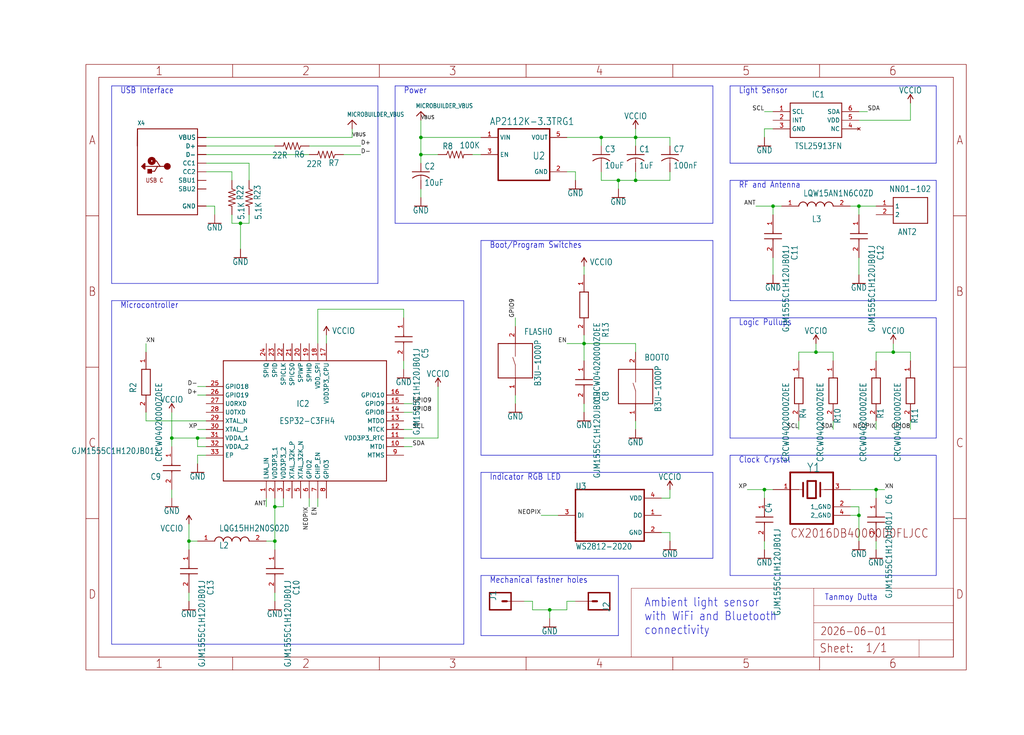
<source format=kicad_sch>
(kicad_sch (version 20230121) (generator eeschema)
  (paper "User" 302.819 217.322)
  (lib_symbols
    (symbol "Bond-eagle-import:A4L-LOC"
      (symbol "A4L-LOC_1_0"
        (text "${#}/${##}" (at 230.505 5.08 0) (effects (font (size 2.54 2.159)) (justify left bottom)))
        (text "${CURRENT_DATE}" (at 217.17 10.16 0) (effects (font (size 2.286 1.9431)) (justify left bottom)))
        (text "${PROJECTNAME}" (at 217.17 15.24 0) (effects (font (size 2.54 2.159)) (justify left bottom)))
        (text "1" (at 21.6958 1.905 0) (effects (font (size 2.54 2.286))))
        (text "1" (at 21.6958 177.165 0) (effects (font (size 2.54 2.286))))
        (text "2" (at 65.0875 1.905 0) (effects (font (size 2.54 2.286))))
        (text "2" (at 65.0875 177.165 0) (effects (font (size 2.54 2.286))))
        (text "3" (at 108.4792 1.905 0) (effects (font (size 2.54 2.286))))
        (text "3" (at 108.4792 177.165 0) (effects (font (size 2.54 2.286))))
        (text "4" (at 151.8708 1.905 0) (effects (font (size 2.54 2.286))))
        (text "4" (at 151.8708 177.165 0) (effects (font (size 2.54 2.286))))
        (text "5" (at 195.2625 1.905 0) (effects (font (size 2.54 2.286))))
        (text "5" (at 195.2625 177.165 0) (effects (font (size 2.54 2.286))))
        (text "6" (at 238.6542 1.905 0) (effects (font (size 2.54 2.286))))
        (text "6" (at 238.6542 177.165 0) (effects (font (size 2.54 2.286))))
        (text "A" (at 1.905 156.6863 0) (effects (font (size 2.54 2.286))))
        (text "A" (at 258.445 156.6863 0) (effects (font (size 2.54 2.286))))
        (text "B" (at 1.905 111.9188 0) (effects (font (size 2.54 2.286))))
        (text "B" (at 258.445 111.9188 0) (effects (font (size 2.54 2.286))))
        (text "C" (at 1.905 67.1513 0) (effects (font (size 2.54 2.286))))
        (text "C" (at 258.445 67.1513 0) (effects (font (size 2.54 2.286))))
        (text "D" (at 1.905 22.3838 0) (effects (font (size 2.54 2.286))))
        (text "D" (at 258.445 22.3838 0) (effects (font (size 2.54 2.286))))
        (text "Sheet:" (at 216.916 4.953 0) (effects (font (size 2.54 2.159)) (justify left bottom)))
      )
    )
    (symbol "Bond-eagle-import:AP2112K-3.3TRG1"
      (property "Reference" "U" (at -7.6629 8.6476 0))
      (symbol "AP2112K-3.3TRG1_1_0"
        (pin power_in line (at -12.7 5.08 0) (length 5.08) (name "VIN") (number "1"))
        (pin power_in line (at 12.7 -5.08 180) (length 5.08) (name "GND") (number "2"))
        (pin input line (at -12.7 0 0) (length 5.08) (name "EN") (number "3"))
        (pin power_in line (at 12.7 5.08 180) (length 5.08) (name "VOUT") (number "5"))
      )
    )
    (symbol "Bond-eagle-import:B3U-1000P"
      (property "Reference" "SW" (at -5.08 5.08 0))
      (symbol "B3U-1000P_1_0"
        (pin passive line (at -10.16 0 0) (length 5.08) (name "1") (number "1"))
        (pin passive line (at 10.16 0 180) (length 5.08) (name "2") (number "2"))
      )
    )
    (symbol "Bond-eagle-import:C-USC0402"
      (property "Reference" "C" (at 1.016 0.635 0))
      (symbol "C-USC0402_1_0"
        (pin passive line (at 0 2.54 270) (length 2.54) (name "1") (number "1"))
        (pin passive line (at 0 -5.08 90) (length 2.54) (name "2") (number "2"))
      )
    )
    (symbol "Bond-eagle-import:CONN_01PTH_2MM"
      (property "Reference" "J" (at -2.54 3.048 0))
      (symbol "CONN_01PTH_2MM_1_0"
        (pin passive line (at 7.62 0 180) (length 5.08) (name "1") (number "1"))
      )
    )
    (symbol "Bond-eagle-import:CRCW04020000Z0EE"
      (property "Reference" "R" (at 13.97 6.35 0))
      (symbol "CRCW04020000Z0EE_1_0"
        (pin bidirectional line (at 0 0 0) (length 5.08) (name "1") (number "1"))
        (pin bidirectional line (at 17.78 0 180) (length 5.08) (name "2") (number "2"))
      )
    )
    (symbol "Bond-eagle-import:ESP32-C3FH4"
      (property "Reference" "IC" (at 41.91 17.78 0))
      (symbol "ESP32-C3FH4_1_0"
        (pin bidirectional line (at 0 0 0) (length 5.08) (name "LNA_IN") (number "1"))
        (pin bidirectional line (at 15.24 -40.64 90) (length 5.08) (name "MTDI") (number "10"))
        (pin bidirectional line (at 17.78 -40.64 90) (length 5.08) (name "VDD3P3_RTC") (number "11"))
        (pin bidirectional line (at 20.32 -40.64 90) (length 5.08) (name "MTCK") (number "12"))
        (pin bidirectional line (at 22.86 -40.64 90) (length 5.08) (name "MTDO") (number "13"))
        (pin bidirectional line (at 25.4 -40.64 90) (length 5.08) (name "GPIO8") (number "14"))
        (pin bidirectional line (at 27.94 -40.64 90) (length 5.08) (name "GPIO9") (number "15"))
        (pin bidirectional line (at 30.48 -40.64 90) (length 5.08) (name "GPIO10") (number "16"))
        (pin bidirectional line (at 45.72 -17.78 180) (length 5.08) (name "VDD3P3_CPU") (number "17"))
        (pin bidirectional line (at 45.72 -15.24 180) (length 5.08) (name "VDD_SPI") (number "18"))
        (pin bidirectional line (at 45.72 -12.7 180) (length 5.08) (name "SPIHD") (number "19"))
        (pin bidirectional line (at 0 -2.54 0) (length 5.08) (name "VDD3P3_1") (number "2"))
        (pin bidirectional line (at 45.72 -10.16 180) (length 5.08) (name "SPIWP") (number "20"))
        (pin bidirectional line (at 45.72 -7.62 180) (length 5.08) (name "SPICS0") (number "21"))
        (pin bidirectional line (at 45.72 -5.08 180) (length 5.08) (name "SPICLK") (number "22"))
        (pin bidirectional line (at 45.72 -2.54 180) (length 5.08) (name "SPID") (number "23"))
        (pin bidirectional line (at 45.72 0 180) (length 5.08) (name "SPIQ") (number "24"))
        (pin bidirectional line (at 33.02 17.78 270) (length 5.08) (name "GPIO18") (number "25"))
        (pin bidirectional line (at 30.48 17.78 270) (length 5.08) (name "GPIO19") (number "26"))
        (pin bidirectional line (at 27.94 17.78 270) (length 5.08) (name "U0RXD") (number "27"))
        (pin bidirectional line (at 25.4 17.78 270) (length 5.08) (name "U0TXD") (number "28"))
        (pin bidirectional line (at 22.86 17.78 270) (length 5.08) (name "XTAL_N") (number "29"))
        (pin bidirectional line (at 0 -5.08 0) (length 5.08) (name "VDD3P3_2") (number "3"))
        (pin bidirectional line (at 20.32 17.78 270) (length 5.08) (name "XTAL_P") (number "30"))
        (pin bidirectional line (at 17.78 17.78 270) (length 5.08) (name "VDDA_1") (number "31"))
        (pin bidirectional line (at 15.24 17.78 270) (length 5.08) (name "VDDA_2") (number "32"))
        (pin bidirectional line (at 12.7 17.78 270) (length 5.08) (name "EP") (number "33"))
        (pin bidirectional line (at 0 -7.62 0) (length 5.08) (name "XTAL_32K_P") (number "4"))
        (pin bidirectional line (at 0 -10.16 0) (length 5.08) (name "XTAL_32K_N") (number "5"))
        (pin bidirectional line (at 0 -12.7 0) (length 5.08) (name "GPIO2") (number "6"))
        (pin bidirectional line (at 0 -15.24 0) (length 5.08) (name "CHIP_EN") (number "7"))
        (pin bidirectional line (at 0 -17.78 0) (length 5.08) (name "GPIO3") (number "8"))
        (pin bidirectional line (at 12.7 -40.64 90) (length 5.08) (name "MTMS") (number "9"))
      )
    )
    (symbol "Bond-eagle-import:GJM1555C1H120JB01J"
      (property "Reference" "C" (at 8.89 6.35 0))
      (symbol "GJM1555C1H120JB01J_1_0"
        (pin bidirectional line (at 0 0 0) (length 5.08) (name "1") (number "1"))
        (pin bidirectional line (at 12.7 0 180) (length 5.08) (name "2") (number "2"))
      )
    )
    (symbol "Bond-eagle-import:GND" (power)
      (property "Value" "GND" (at 0 -0.254 0))
      (symbol "GND_1_0"
        (pin power_in line (at 0 2.54 270) (length 2.54) (name "GND") (number "1"))
      )
    )
    (symbol "Bond-eagle-import:KYOCERA_INTERNATIONAL_INC._ELECTRONIC_COMPONENTS_CX2016DB40000D0FLJCCKYOCERA_INTERNATIONAL_INC._ELECTRONIC_COMPONENTS_CX2016DB40000D0FLJCC_0_0"
      (property "Reference" "Y" (at 2.286 0.254 0))
      (symbol "KYOCERA_INTERNATIONAL_INC._ELECTRONIC_COMPONENTS_CX2016DB40000D0FLJCCKYOCERA_INTERNATIONAL_INC._ELECTRONIC_COMPONENTS_CX2016DB40000D0FLJCC_0_0_1_0"
        (text "CX2016DB40000D0FLJCC" (at 2.54 -19.05 0) (effects (font (size 2.54 2.159)) (justify left top)))
        (pin passive line (at -2.54 -7.62 0) (length 7.62) (name "1") (number "1"))
        (pin power_in line (at 20.32 -12.7 180) (length 5.08) (name "1_GND") (number "2"))
        (pin passive line (at 20.32 -7.62 180) (length 7.62) (name "3") (number "3"))
        (pin power_in line (at 20.32 -15.24 180) (length 5.08) (name "2_GND") (number "4"))
      )
    )
    (symbol "Bond-eagle-import:LQG15HH2N0S02D"
      (property "Reference" "L" (at 16.51 6.35 0))
      (symbol "LQG15HH2N0S02D_1_0"
        (pin bidirectional line (at 0 0 0) (length 5.08) (name "1") (number "1"))
        (pin bidirectional line (at 20.32 0 180) (length 5.08) (name "2") (number "2"))
      )
    )
    (symbol "Bond-eagle-import:LQW15AN1N6C0ZD"
      (property "Reference" "L" (at 16.51 6.35 0))
      (symbol "LQW15AN1N6C0ZD_1_0"
        (pin bidirectional line (at 0 0 0) (length 5.08) (name "1") (number "1"))
        (pin bidirectional line (at 20.32 0 180) (length 5.08) (name "2") (number "2"))
      )
    )
    (symbol "Bond-eagle-import:MICROBUILDER_USB_C"
      (property "Reference" "X" (at -10.16 13.716 0))
      (symbol "MICROBUILDER_USB_C_1_0"
        (text "USB C" (at -5.08 -2.54 0) (effects (font (size 1.27 1.0795))))
        (pin power_in line (at 10.16 -10.16 180) (length 2.54) (name "GND") (number "A1B12"))
        (pin power_in line (at 10.16 10.16 180) (length 2.54) (name "VBUS") (number "A4B9"))
        (pin bidirectional line (at 10.16 2.54 180) (length 2.54) (name "CC1") (number "A5"))
        (pin bidirectional line (at 10.16 7.62 180) (length 2.54) (name "D+") (number "A6"))
        (pin bidirectional line (at 10.16 5.08 180) (length 2.54) (name "D-") (number "A7"))
        (pin bidirectional line (at 10.16 -2.54 180) (length 2.54) (name "SBU1") (number "A8"))
        (pin power_in line (at 10.16 -10.16 180) (length 2.54) (name "GND") (number "B1A12"))
        (pin power_in line (at 10.16 10.16 180) (length 2.54) (name "VBUS") (number "B4A9"))
        (pin bidirectional line (at 10.16 0 180) (length 2.54) (name "CC2") (number "B5"))
        (pin bidirectional line (at 10.16 7.62 180) (length 2.54) (name "D+") (number "B6"))
        (pin bidirectional line (at 10.16 5.08 180) (length 2.54) (name "D-") (number "B7"))
        (pin bidirectional line (at 10.16 -5.08 180) (length 2.54) (name "SBU2") (number "B8"))
      )
    )
    (symbol "Bond-eagle-import:MICROBUILDER_VBUS" (power)
      (property "Value" "MICROBUILDER_VBUS" (at -1.524 1.016 0))
      (symbol "MICROBUILDER_VBUS_1_0"
        (pin power_in line (at 0 -2.54 90) (length 2.54) (name "VBUS") (number "1"))
      )
    )
    (symbol "Bond-eagle-import:NN01-102"
      (property "Reference" "ANT" (at 16.51 7.62 0))
      (symbol "NN01-102_1_0"
        (pin bidirectional line (at 0 0 0) (length 5.08) (name "1") (number "1"))
        (pin bidirectional line (at 0 -2.54 0) (length 5.08) (name "2") (number "2"))
      )
    )
    (symbol "Bond-eagle-import:R-US_R0402"
      (property "Reference" "R" (at -3.81 1.4986 0))
      (symbol "R-US_R0402_1_0"
        (pin passive line (at -5.08 0 0) (length 2.54) (name "1") (number "1"))
        (pin passive line (at 5.08 0 180) (length 2.54) (name "2") (number "2"))
      )
    )
    (symbol "Bond-eagle-import:TSL25913FN"
      (property "Reference" "IC" (at 21.59 7.62 0))
      (symbol "TSL25913FN_1_0"
        (pin bidirectional line (at 0 0 0) (length 5.08) (name "SCL") (number "1"))
        (pin bidirectional line (at 0 -2.54 0) (length 5.08) (name "INT") (number "2"))
        (pin bidirectional line (at 0 -5.08 0) (length 5.08) (name "GND") (number "3"))
        (pin no_connect line (at 25.4 -5.08 180) (length 5.08) (name "NC") (number "4"))
        (pin bidirectional line (at 25.4 -2.54 180) (length 5.08) (name "VDD") (number "5"))
        (pin bidirectional line (at 25.4 0 180) (length 5.08) (name "SDA") (number "6"))
      )
    )
    (symbol "Bond-eagle-import:VCCIO" (power)
      (property "Value" "VCCIO" (at 0 2.794 0))
      (symbol "VCCIO_1_0"
        (pin power_in line (at 0 0 90) (length 2.54) (name "VCCIO") (number "1"))
      )
    )
    (symbol "Bond-eagle-import:WS2812-2020"
      (property "Reference" "U" (at -10.1778 7.6333 0))
      (symbol "WS2812-2020_1_0"
        (pin output line (at 15.24 0 180) (length 5.08) (name "DO") (number "1"))
        (pin power_in line (at 15.24 -5.08 180) (length 5.08) (name "GND") (number "2"))
        (pin input line (at -15.24 0 0) (length 5.08) (name "DI") (number "3"))
        (pin power_in line (at 15.24 5.08 180) (length 5.08) (name "VDD") (number "4"))
      )
    )
  )
  (junction (at 226.06 144.78))
  (junction (at 124.46 40.64))
  (junction (at 71.12 66.04))
  (junction (at 124.46 45.72))
  (junction (at 264.16 104.14))
  (junction (at 58.42 129.54))
  (junction (at 81.28 160.02))
  (junction (at 259.08 144.78))
  (junction (at 50.8 129.54))
  (junction (at 81.28 149.86))
  (junction (at 254 60.96))
  (junction (at 55.88 160.02))
  (junction (at 241.3 104.14))
  (junction (at 228.6 60.96))
  (junction (at 182.88 53.34))
  (junction (at 187.96 40.64))
  (junction (at 177.8 40.64))
  (junction (at 162.56 180.34))
  (junction (at 254 152.4))
  (junction (at 172.72 101.6))
  (junction (at 187.96 53.34))
  (wire (pts (xy 177.8 53.34) (xy 182.88 53.34)) (stroke (width 0.1524)))
  (wire (pts (xy 58.42 116.84) (xy 60.96 116.84)) (stroke (width 0.1524)))
  (polyline (pts (xy 210.82 71.12) (xy 142.24 71.12)) (stroke (width 0.1524) (type solid)))
  (wire (pts (xy 177.8 40.64) (xy 187.96 40.64)) (stroke (width 0.1524)))
  (wire (pts (xy 254 149.86) (xy 254 152.4)) (stroke (width 0.1524)))
  (wire (pts (xy 172.72 101.6) (xy 172.72 99.06)) (stroke (width 0.1524)))
  (wire (pts (xy 198.12 40.64) (xy 198.12 43.18)) (stroke (width 0.1524)))
  (polyline (pts (xy 33.02 25.4) (xy 111.76 25.4)) (stroke (width 0.1524) (type solid)))
  (wire (pts (xy 68.58 66.04) (xy 71.12 66.04)) (stroke (width 0.1524)))
  (wire (pts (xy 58.42 127) (xy 60.96 127)) (stroke (width 0.1524)))
  (wire (pts (xy 187.96 43.18) (xy 187.96 40.64)) (stroke (width 0.1524)))
  (polyline (pts (xy 182.88 187.96) (xy 182.88 170.18)) (stroke (width 0.1524) (type solid)))
  (wire (pts (xy 60.96 43.18) (xy 81.28 43.18)) (stroke (width 0.1524)))
  (wire (pts (xy 96.52 99.06) (xy 96.52 101.6)) (stroke (width 0.1524)))
  (wire (pts (xy 157.48 177.8) (xy 157.48 180.34)) (stroke (width 0.1524)))
  (wire (pts (xy 154.94 177.8) (xy 157.48 177.8)) (stroke (width 0.1524)))
  (wire (pts (xy 236.22 104.14) (xy 241.3 104.14)) (stroke (width 0.1524)))
  (wire (pts (xy 119.38 129.54) (xy 129.54 129.54)) (stroke (width 0.1524)))
  (wire (pts (xy 187.96 127) (xy 187.96 124.46)) (stroke (width 0.1524)))
  (wire (pts (xy 226.06 40.64) (xy 226.06 38.1)) (stroke (width 0.1524)))
  (wire (pts (xy 236.22 127) (xy 236.22 124.46)) (stroke (width 0.1524)))
  (wire (pts (xy 139.7 45.72) (xy 142.24 45.72)) (stroke (width 0.1524)))
  (wire (pts (xy 121.92 127) (xy 119.38 127)) (stroke (width 0.1524)))
  (wire (pts (xy 172.72 121.92) (xy 172.72 119.38)) (stroke (width 0.1524)))
  (wire (pts (xy 172.72 78.74) (xy 172.72 81.28)) (stroke (width 0.1524)))
  (polyline (pts (xy 276.86 25.4) (xy 215.9 25.4)) (stroke (width 0.1524) (type solid)))
  (wire (pts (xy 60.96 129.54) (xy 58.42 129.54)) (stroke (width 0.1524)))
  (polyline (pts (xy 210.82 66.04) (xy 116.84 66.04)) (stroke (width 0.1524) (type solid)))
  (wire (pts (xy 264.16 104.14) (xy 269.24 104.14)) (stroke (width 0.1524)))
  (wire (pts (xy 228.6 60.96) (xy 231.14 60.96)) (stroke (width 0.1524)))
  (wire (pts (xy 254 152.4) (xy 254 160.02)) (stroke (width 0.1524)))
  (wire (pts (xy 241.3 104.14) (xy 246.38 104.14)) (stroke (width 0.1524)))
  (polyline (pts (xy 142.24 71.12) (xy 142.24 134.62)) (stroke (width 0.1524) (type solid)))
  (polyline (pts (xy 276.86 53.34) (xy 215.9 53.34)) (stroke (width 0.1524) (type solid)))
  (wire (pts (xy 129.54 129.54) (xy 129.54 114.3)) (stroke (width 0.1524)))
  (wire (pts (xy 60.96 45.72) (xy 91.44 45.72)) (stroke (width 0.1524)))
  (wire (pts (xy 198.12 53.34) (xy 198.12 50.8)) (stroke (width 0.1524)))
  (wire (pts (xy 223.52 60.96) (xy 228.6 60.96)) (stroke (width 0.1524)))
  (wire (pts (xy 152.4 116.84) (xy 152.4 119.38)) (stroke (width 0.1524)))
  (wire (pts (xy 187.96 40.64) (xy 187.96 38.1)) (stroke (width 0.1524)))
  (polyline (pts (xy 215.9 48.26) (xy 276.86 48.26)) (stroke (width 0.1524) (type solid)))
  (wire (pts (xy 124.46 40.64) (xy 142.24 40.64)) (stroke (width 0.1524)))
  (polyline (pts (xy 215.9 170.18) (xy 276.86 170.18)) (stroke (width 0.1524) (type solid)))
  (wire (pts (xy 43.18 124.46) (xy 60.96 124.46)) (stroke (width 0.1524)))
  (polyline (pts (xy 210.82 139.7) (xy 142.24 139.7)) (stroke (width 0.1524) (type solid)))
  (wire (pts (xy 104.14 40.64) (xy 104.14 38.1)) (stroke (width 0.1524)))
  (wire (pts (xy 187.96 53.34) (xy 198.12 53.34)) (stroke (width 0.1524)))
  (wire (pts (xy 241.3 101.6) (xy 241.3 104.14)) (stroke (width 0.1524)))
  (polyline (pts (xy 142.24 165.1) (xy 210.82 165.1)) (stroke (width 0.1524) (type solid)))
  (polyline (pts (xy 142.24 170.18) (xy 142.24 187.96)) (stroke (width 0.1524) (type solid)))
  (wire (pts (xy 55.88 177.8) (xy 55.88 175.26)) (stroke (width 0.1524)))
  (wire (pts (xy 121.92 132.08) (xy 119.38 132.08)) (stroke (width 0.1524)))
  (wire (pts (xy 63.5 60.96) (xy 63.5 63.5)) (stroke (width 0.1524)))
  (wire (pts (xy 198.12 147.32) (xy 195.58 147.32)) (stroke (width 0.1524)))
  (wire (pts (xy 73.66 48.26) (xy 73.66 53.34)) (stroke (width 0.1524)))
  (wire (pts (xy 81.28 147.32) (xy 81.28 149.86)) (stroke (width 0.1524)))
  (wire (pts (xy 259.08 147.32) (xy 259.08 144.78)) (stroke (width 0.1524)))
  (wire (pts (xy 91.44 149.86) (xy 91.44 147.32)) (stroke (width 0.1524)))
  (wire (pts (xy 177.8 50.8) (xy 177.8 53.34)) (stroke (width 0.1524)))
  (wire (pts (xy 50.8 129.54) (xy 50.8 121.92)) (stroke (width 0.1524)))
  (wire (pts (xy 246.38 127) (xy 246.38 124.46)) (stroke (width 0.1524)))
  (wire (pts (xy 93.98 149.86) (xy 93.98 147.32)) (stroke (width 0.1524)))
  (wire (pts (xy 187.96 101.6) (xy 187.96 104.14)) (stroke (width 0.1524)))
  (polyline (pts (xy 210.82 134.62) (xy 210.82 71.12)) (stroke (width 0.1524) (type solid)))
  (wire (pts (xy 68.58 50.8) (xy 68.58 53.34)) (stroke (width 0.1524)))
  (wire (pts (xy 259.08 162.56) (xy 259.08 160.02)) (stroke (width 0.1524)))
  (wire (pts (xy 220.98 144.78) (xy 226.06 144.78)) (stroke (width 0.1524)))
  (wire (pts (xy 129.54 45.72) (xy 124.46 45.72)) (stroke (width 0.1524)))
  (wire (pts (xy 182.88 55.88) (xy 182.88 53.34)) (stroke (width 0.1524)))
  (wire (pts (xy 187.96 40.64) (xy 198.12 40.64)) (stroke (width 0.1524)))
  (wire (pts (xy 259.08 127) (xy 259.08 124.46)) (stroke (width 0.1524)))
  (wire (pts (xy 68.58 63.5) (xy 68.58 66.04)) (stroke (width 0.1524)))
  (wire (pts (xy 101.6 45.72) (xy 106.68 45.72)) (stroke (width 0.1524)))
  (wire (pts (xy 58.42 134.62) (xy 60.96 134.62)) (stroke (width 0.1524)))
  (wire (pts (xy 226.06 38.1) (xy 228.6 38.1)) (stroke (width 0.1524)))
  (polyline (pts (xy 276.86 88.9) (xy 276.86 53.34)) (stroke (width 0.1524) (type solid)))
  (wire (pts (xy 198.12 144.78) (xy 198.12 147.32)) (stroke (width 0.1524)))
  (wire (pts (xy 167.64 180.34) (xy 167.64 177.8)) (stroke (width 0.1524)))
  (wire (pts (xy 251.46 149.86) (xy 254 149.86)) (stroke (width 0.1524)))
  (wire (pts (xy 71.12 66.04) (xy 73.66 66.04)) (stroke (width 0.1524)))
  (wire (pts (xy 226.06 162.56) (xy 226.06 160.02)) (stroke (width 0.1524)))
  (polyline (pts (xy 142.24 139.7) (xy 142.24 165.1)) (stroke (width 0.1524) (type solid)))
  (wire (pts (xy 55.88 160.02) (xy 55.88 154.94)) (stroke (width 0.1524)))
  (wire (pts (xy 60.96 50.8) (xy 68.58 50.8)) (stroke (width 0.1524)))
  (wire (pts (xy 124.46 48.26) (xy 124.46 45.72)) (stroke (width 0.1524)))
  (wire (pts (xy 165.1 152.4) (xy 160.02 152.4)) (stroke (width 0.1524)))
  (wire (pts (xy 259.08 106.68) (xy 259.08 104.14)) (stroke (width 0.1524)))
  (polyline (pts (xy 215.9 88.9) (xy 276.86 88.9)) (stroke (width 0.1524) (type solid)))
  (wire (pts (xy 93.98 91.44) (xy 119.38 91.44)) (stroke (width 0.1524)))
  (wire (pts (xy 121.92 121.92) (xy 119.38 121.92)) (stroke (width 0.1524)))
  (wire (pts (xy 172.72 101.6) (xy 187.96 101.6)) (stroke (width 0.1524)))
  (wire (pts (xy 254 60.96) (xy 259.08 60.96)) (stroke (width 0.1524)))
  (polyline (pts (xy 33.02 83.82) (xy 33.02 25.4)) (stroke (width 0.1524) (type solid)))
  (wire (pts (xy 182.88 53.34) (xy 187.96 53.34)) (stroke (width 0.1524)))
  (wire (pts (xy 187.96 53.34) (xy 187.96 50.8)) (stroke (width 0.1524)))
  (wire (pts (xy 58.42 137.16) (xy 58.42 134.62)) (stroke (width 0.1524)))
  (wire (pts (xy 58.42 129.54) (xy 50.8 129.54)) (stroke (width 0.1524)))
  (wire (pts (xy 58.42 114.3) (xy 60.96 114.3)) (stroke (width 0.1524)))
  (wire (pts (xy 55.88 160.02) (xy 58.42 160.02)) (stroke (width 0.1524)))
  (polyline (pts (xy 116.84 66.04) (xy 116.84 25.4)) (stroke (width 0.1524) (type solid)))
  (wire (pts (xy 198.12 160.02) (xy 198.12 157.48)) (stroke (width 0.1524)))
  (wire (pts (xy 119.38 91.44) (xy 119.38 93.98)) (stroke (width 0.1524)))
  (polyline (pts (xy 33.02 190.5) (xy 137.16 190.5)) (stroke (width 0.1524) (type solid)))
  (wire (pts (xy 60.96 48.26) (xy 73.66 48.26)) (stroke (width 0.1524)))
  (wire (pts (xy 60.96 60.96) (xy 63.5 60.96)) (stroke (width 0.1524)))
  (wire (pts (xy 83.82 149.86) (xy 81.28 149.86)) (stroke (width 0.1524)))
  (wire (pts (xy 172.72 106.68) (xy 172.72 101.6)) (stroke (width 0.1524)))
  (wire (pts (xy 228.6 81.28) (xy 228.6 76.2)) (stroke (width 0.1524)))
  (wire (pts (xy 251.46 152.4) (xy 254 152.4)) (stroke (width 0.1524)))
  (polyline (pts (xy 137.16 190.5) (xy 137.16 88.9)) (stroke (width 0.1524) (type solid)))
  (polyline (pts (xy 276.86 129.54) (xy 215.9 129.54)) (stroke (width 0.1524) (type solid)))
  (polyline (pts (xy 182.88 170.18) (xy 142.24 170.18)) (stroke (width 0.1524) (type solid)))
  (wire (pts (xy 157.48 180.34) (xy 162.56 180.34)) (stroke (width 0.1524)))
  (wire (pts (xy 162.56 182.88) (xy 162.56 180.34)) (stroke (width 0.1524)))
  (polyline (pts (xy 215.9 25.4) (xy 215.9 48.26)) (stroke (width 0.1524) (type solid)))
  (polyline (pts (xy 137.16 88.9) (xy 33.02 88.9)) (stroke (width 0.1524) (type solid)))
  (wire (pts (xy 269.24 127) (xy 269.24 124.46)) (stroke (width 0.1524)))
  (wire (pts (xy 264.16 101.6) (xy 264.16 104.14)) (stroke (width 0.1524)))
  (polyline (pts (xy 210.82 25.4) (xy 210.82 66.04)) (stroke (width 0.1524) (type solid)))
  (wire (pts (xy 58.42 132.08) (xy 60.96 132.08)) (stroke (width 0.1524)))
  (wire (pts (xy 228.6 63.5) (xy 228.6 60.96)) (stroke (width 0.1524)))
  (wire (pts (xy 167.64 40.64) (xy 177.8 40.64)) (stroke (width 0.1524)))
  (wire (pts (xy 170.18 50.8) (xy 170.18 53.34)) (stroke (width 0.1524)))
  (wire (pts (xy 177.8 43.18) (xy 177.8 40.64)) (stroke (width 0.1524)))
  (wire (pts (xy 43.18 121.92) (xy 43.18 124.46)) (stroke (width 0.1524)))
  (wire (pts (xy 50.8 147.32) (xy 50.8 144.78)) (stroke (width 0.1524)))
  (wire (pts (xy 226.06 33.02) (xy 228.6 33.02)) (stroke (width 0.1524)))
  (wire (pts (xy 167.64 177.8) (xy 170.18 177.8)) (stroke (width 0.1524)))
  (polyline (pts (xy 210.82 165.1) (xy 210.82 139.7)) (stroke (width 0.1524) (type solid)))
  (wire (pts (xy 167.64 50.8) (xy 170.18 50.8)) (stroke (width 0.1524)))
  (wire (pts (xy 83.82 147.32) (xy 83.82 149.86)) (stroke (width 0.1524)))
  (wire (pts (xy 119.38 109.22) (xy 119.38 106.68)) (stroke (width 0.1524)))
  (polyline (pts (xy 276.86 134.62) (xy 215.9 134.62)) (stroke (width 0.1524) (type solid)))
  (polyline (pts (xy 215.9 129.54) (xy 215.9 93.98)) (stroke (width 0.1524) (type solid)))
  (wire (pts (xy 50.8 129.54) (xy 50.8 132.08)) (stroke (width 0.1524)))
  (wire (pts (xy 71.12 73.66) (xy 71.12 66.04)) (stroke (width 0.1524)))
  (polyline (pts (xy 142.24 187.96) (xy 182.88 187.96)) (stroke (width 0.1524) (type solid)))
  (wire (pts (xy 81.28 177.8) (xy 81.28 175.26)) (stroke (width 0.1524)))
  (wire (pts (xy 60.96 40.64) (xy 104.14 40.64)) (stroke (width 0.1524)))
  (wire (pts (xy 254 63.5) (xy 254 60.96)) (stroke (width 0.1524)))
  (wire (pts (xy 254 81.28) (xy 254 76.2)) (stroke (width 0.1524)))
  (wire (pts (xy 269.24 104.14) (xy 269.24 106.68)) (stroke (width 0.1524)))
  (polyline (pts (xy 33.02 88.9) (xy 33.02 190.5)) (stroke (width 0.1524) (type solid)))
  (wire (pts (xy 269.24 30.48) (xy 269.24 35.56)) (stroke (width 0.1524)))
  (wire (pts (xy 246.38 104.14) (xy 246.38 106.68)) (stroke (width 0.1524)))
  (wire (pts (xy 256.54 33.02) (xy 254 33.02)) (stroke (width 0.1524)))
  (wire (pts (xy 93.98 101.6) (xy 93.98 91.44)) (stroke (width 0.1524)))
  (wire (pts (xy 81.28 149.86) (xy 81.28 160.02)) (stroke (width 0.1524)))
  (polyline (pts (xy 111.76 25.4) (xy 111.76 83.82)) (stroke (width 0.1524) (type solid)))
  (wire (pts (xy 226.06 144.78) (xy 228.6 144.78)) (stroke (width 0.1524)))
  (wire (pts (xy 124.46 35.56) (xy 124.46 40.64)) (stroke (width 0.1524)))
  (wire (pts (xy 269.24 35.56) (xy 254 35.56)) (stroke (width 0.1524)))
  (polyline (pts (xy 276.86 48.26) (xy 276.86 25.4)) (stroke (width 0.1524) (type solid)))
  (wire (pts (xy 73.66 66.04) (xy 73.66 63.5)) (stroke (width 0.1524)))
  (wire (pts (xy 152.4 93.98) (xy 152.4 96.52)) (stroke (width 0.1524)))
  (polyline (pts (xy 215.9 134.62) (xy 215.9 170.18)) (stroke (width 0.1524) (type solid)))
  (wire (pts (xy 55.88 162.56) (xy 55.88 160.02)) (stroke (width 0.1524)))
  (wire (pts (xy 236.22 106.68) (xy 236.22 104.14)) (stroke (width 0.1524)))
  (polyline (pts (xy 215.9 53.34) (xy 215.9 88.9)) (stroke (width 0.1524) (type solid)))
  (polyline (pts (xy 142.24 134.62) (xy 210.82 134.62)) (stroke (width 0.1524) (type solid)))
  (polyline (pts (xy 276.86 170.18) (xy 276.86 134.62)) (stroke (width 0.1524) (type solid)))
  (polyline (pts (xy 116.84 25.4) (xy 210.82 25.4)) (stroke (width 0.1524) (type solid)))
  (wire (pts (xy 91.44 43.18) (xy 106.68 43.18)) (stroke (width 0.1524)))
  (wire (pts (xy 81.28 162.56) (xy 81.28 160.02)) (stroke (width 0.1524)))
  (wire (pts (xy 58.42 132.08) (xy 58.42 129.54)) (stroke (width 0.1524)))
  (wire (pts (xy 261.62 144.78) (xy 259.08 144.78)) (stroke (width 0.1524)))
  (wire (pts (xy 124.46 45.72) (xy 124.46 40.64)) (stroke (width 0.1524)))
  (wire (pts (xy 251.46 60.96) (xy 254 60.96)) (stroke (width 0.1524)))
  (wire (pts (xy 259.08 144.78) (xy 251.46 144.78)) (stroke (width 0.1524)))
  (polyline (pts (xy 276.86 93.98) (xy 276.86 129.54)) (stroke (width 0.1524) (type solid)))
  (wire (pts (xy 121.92 119.38) (xy 119.38 119.38)) (stroke (width 0.1524)))
  (wire (pts (xy 162.56 180.34) (xy 167.64 180.34)) (stroke (width 0.1524)))
  (wire (pts (xy 226.06 147.32) (xy 226.06 144.78)) (stroke (width 0.1524)))
  (wire (pts (xy 43.18 101.6) (xy 43.18 104.14)) (stroke (width 0.1524)))
  (wire (pts (xy 78.74 149.86) (xy 78.74 147.32)) (stroke (width 0.1524)))
  (wire (pts (xy 124.46 58.42) (xy 124.46 55.88)) (stroke (width 0.1524)))
  (polyline (pts (xy 215.9 93.98) (xy 276.86 93.98)) (stroke (width 0.1524) (type solid)))
  (wire (pts (xy 198.12 157.48) (xy 195.58 157.48)) (stroke (width 0.1524)))
  (polyline (pts (xy 111.76 83.82) (xy 33.02 83.82)) (stroke (width 0.1524) (type solid)))
  (wire (pts (xy 259.08 104.14) (xy 264.16 104.14)) (stroke (width 0.1524)))
  (wire (pts (xy 81.28 160.02) (xy 78.74 160.02)) (stroke (width 0.1524)))
  (wire (pts (xy 167.64 101.6) (xy 172.72 101.6)) (stroke (width 0.1524)))
  (text "Mechanical fastner holes" (at 144.78 172.72 0) (effects (font (size 1.778 1.5113)) (justify left bottom)))
  (text "Indicator RGB LED" (at 144.78 142.24 0) (effects (font (size 1.778 1.5113)) (justify left bottom)))
  (text "Power" (at 119.38 27.94 0) (effects (font (size 1.778 1.5113)) (justify left bottom)))
  (text "Ambient light sensor\nwith WiFi and Bluetooth\nconnectivity" (at 190.5 187.96 0) (effects (font (size 2.54 2.159)) (justify left bottom)))
  (text "Microcontroller" (at 35.56 91.44 0) (effects (font (size 1.778 1.5113)) (justify left bottom)))
  (text "RF and Antenna" (at 218.44 55.88 0) (effects (font (size 1.778 1.5113)) (justify left bottom)))
  (text "Light Sensor" (at 218.44 27.94 0) (effects (font (size 1.778 1.5113)) (justify left bottom)))
  (text "Clock Crystal" (at 218.44 137.16 0) (effects (font (size 1.778 1.5113)) (justify left bottom)))
  (text "Tanmoy Dutta" (at 243.84 177.8 0) (effects (font (size 1.778 1.5113)) (justify left bottom)))
  (text "Logic Pullups" (at 218.44 96.52 0) (effects (font (size 1.778 1.5113)) (justify left bottom)))
  (text "Boot/Program Switches" (at 144.78 73.66 0) (effects (font (size 1.778 1.5113)) (justify left bottom)))
  (text "USB Interface" (at 35.56 27.94 0) (effects (font (size 1.778 1.5113)) (justify left bottom)))
  (label "D+" (at 58.42 116.84 180) (effects (font (size 1.2446 1.2446))))
  (label "NEOPIX" (at 259.08 127 180) (effects (font (size 1.2446 1.2446))))
  (label "GPIO8" (at 269.24 127 180) (effects (font (size 1.2446 1.2446))))
  (label "ANT" (at 223.52 60.96 180) (effects (font (size 1.2446 1.2446))))
  (label "D-" (at 106.68 45.72 0) (effects (font (size 1.2446 1.2446))))
  (label "VBUS" (at 124.46 35.56 0) (effects (font (size 1.016 1.016))))
  (label "SCL" (at 121.92 127 0) (effects (font (size 1.2446 1.2446))))
  (label "D-" (at 58.42 114.3 180) (effects (font (size 1.2446 1.2446))))
  (label "GPIO9" (at 152.4 93.98 90) (effects (font (size 1.2446 1.2446))))
  (label "SCL" (at 226.06 33.02 180) (effects (font (size 1.2446 1.2446))))
  (label "SDA" (at 246.38 127 180) (effects (font (size 1.2446 1.2446))))
  (label "XN" (at 261.62 144.78 0) (effects (font (size 1.2446 1.2446))))
  (label "SDA" (at 121.92 132.08 0) (effects (font (size 1.2446 1.2446))))
  (label "EN" (at 167.64 101.6 180) (effects (font (size 1.2446 1.2446))))
  (label "NEOPIX" (at 160.02 152.4 180) (effects (font (size 1.2446 1.2446))))
  (label "XP" (at 58.42 127 180) (effects (font (size 1.2446 1.2446))))
  (label "ANT" (at 78.74 149.86 180) (effects (font (size 1.2446 1.2446))))
  (label "EN" (at 93.98 149.86 270) (effects (font (size 1.2446 1.2446))))
  (label "SCL" (at 236.22 127 180) (effects (font (size 1.2446 1.2446))))
  (label "NEOPIX" (at 91.44 149.86 270) (effects (font (size 1.2446 1.2446))))
  (label "VBUS" (at 104.14 40.64 0) (effects (font (size 1.016 1.016))))
  (label "GPIO9" (at 121.92 119.38 0) (effects (font (size 1.2446 1.2446))))
  (label "XP" (at 220.98 144.78 180) (effects (font (size 1.2446 1.2446))))
  (label "GPIO8" (at 121.92 121.92 0) (effects (font (size 1.2446 1.2446))))
  (label "XN" (at 43.18 101.6 0) (effects (font (size 1.2446 1.2446))))
  (label "D+" (at 106.68 43.18 0) (effects (font (size 1.2446 1.2446))))
  (label "SDA" (at 256.54 33.02 0) (effects (font (size 1.2446 1.2446))))
  (symbol (lib_id "Bond-eagle-import:GND") (at 182.88 58.42 0) (unit 1)
    (property "Reference" "#GND5" (effects hide))
    (property "Value" "GND" (at 182.88 58.674 0) (effects (font (size 1.778 1.5113)) (justify top)))
    (property "SPICEPREFIX" "G" (effects hide))
  )
  (symbol (lib_id "Bond-eagle-import:VCCIO") (at 187.96 38.1 0) (unit 1)
    (property "Reference" "#SUPPLY10" (effects hide))
    (property "Value" "VCCIO" (at 187.96 35.306 0) (effects (font (size 1.778 1.5113)) (justify bottom)))
  )
  (symbol (lib_id "Bond-eagle-import:C-USC0402") (at 198.12 45.72 0) (unit 1)
    (property "Reference" "C7" (at 199.136 45.085 0) (effects (font (size 1.778 1.5113)) (justify left bottom)))
    (property "Value" "100nF" (at 199.136 49.911 0) (effects (font (size 1.778 1.5113)) (justify left bottom)))
    (property "Footprint" "Bond:C0402" (effects hide))
    (property "SPICEPREFIX" "C" (effects hide))
  )
  (symbol (lib_id "Bond-eagle-import:CRCW04020000Z0EE") (at 259.08 106.68 270) (unit 1)
    (property "Reference" "R1" (at 260.35 120.65 0) (effects (font (size 1.778 1.5113)) (justify left)))
    (property "Value" "CRCW04020000Z0EE" (at 255.27 113.03 0) (effects (font (size 1.778 1.5113)) (justify left)))
    (property "Footprint" "Bond:RESC1005X40N" (effects hide))
  )
  (symbol (lib_id "Bond-eagle-import:GND") (at 50.8 149.86 0) (unit 1)
    (property "Reference" "#GND11" (effects hide))
    (property "Value" "GND" (at 50.8 150.114 0) (effects (font (size 1.778 1.5113)) (justify top)))
  )
  (symbol (lib_id "Bond-eagle-import:B3U-1000P") (at 187.96 114.3 90) (unit 1)
    (property "Reference" "BOOT0" (at 190.5 106.68 90) (effects (font (size 1.778 1.5113)) (justify right top)))
    (property "Value" "B3U-1000P" (at 195.58 121.92 0) (effects (font (size 1.778 1.5113)) (justify left bottom)))
    (property "Footprint" "Bond:SW_B3U-1000P" (effects hide))
  )
  (symbol (lib_id "Bond-eagle-import:MICROBUILDER_VBUS") (at 124.46 33.02 0) (unit 1)
    (property "Reference" "#U$2" (effects hide))
    (property "Value" "MICROBUILDER_VBUS" (at 122.936 32.004 0) (effects (font (size 1.27 1.0795)) (justify left bottom)))
  )
  (symbol (lib_id "Bond-eagle-import:C-USC0402") (at 124.46 50.8 0) (unit 1)
    (property "Reference" "C2" (at 125.476 50.165 0) (effects (font (size 1.778 1.5113)) (justify left bottom)))
    (property "Value" "10uF" (at 125.476 54.991 0) (effects (font (size 1.778 1.5113)) (justify left bottom)))
    (property "Footprint" "Bond:C0402" (effects hide))
    (property "SPICEPREFIX" "C" (effects hide))
  )
  (symbol (lib_id "Bond-eagle-import:GJM1555C1H120JB01J") (at 172.72 106.68 270) (unit 1)
    (property "Reference" "C8" (at 179.07 115.57 0) (effects (font (size 1.778 1.5113)) (justify left)))
    (property "Value" "GJM1555C1H120JB01J" (at 176.53 115.57 0) (effects (font (size 1.778 1.5113)) (justify left)))
    (property "Footprint" "Bond:CAPC1005X55N" (effects hide))
  )
  (symbol (lib_id "Bond-eagle-import:GJM1555C1H120JB01J") (at 81.28 162.56 270) (unit 1)
    (property "Reference" "C10" (at 87.63 171.45 0) (effects (font (size 1.778 1.5113)) (justify left)))
    (property "Value" "GJM1555C1H120JB01J" (at 85.09 171.45 0) (effects (font (size 1.778 1.5113)) (justify left)))
    (property "Footprint" "Bond:CAPC1005X55N" (effects hide))
  )
  (symbol (lib_id "Bond-eagle-import:GJM1555C1H120JB01J") (at 50.8 132.08 270) (unit 1)
    (property "Reference" "C9" (at 44.45 140.97 90) (effects (font (size 1.778 1.5113)) (justify left)))
    (property "Value" "GJM1555C1H120JB01J" (at 46.99 133.35 90) (effects (font (size 1.778 1.5113)) (justify right)))
    (property "Footprint" "Bond:CAPC1005X55N" (effects hide))
  )
  (symbol (lib_id "Bond-eagle-import:WS2812-2020") (at 180.34 152.4 0) (unit 1)
    (property "Reference" "U3" (at 170.1622 144.7667 0) (effects (font (size 1.7811 1.5139)) (justify left bottom)))
    (property "Value" "WS2812-2020" (at 170.1621 162.5779 0) (effects (font (size 1.7811 1.5139)) (justify left bottom)))
    (property "Footprint" "Bond:LED_WS2812-2020" (effects hide))
  )
  (symbol (lib_id "Bond-eagle-import:GND") (at 228.6 83.82 0) (unit 1)
    (property "Reference" "#GND9" (effects hide))
    (property "Value" "GND" (at 228.6 84.074 0) (effects (font (size 1.778 1.5113)) (justify top)))
  )
  (symbol (lib_id "Bond-eagle-import:VCCIO") (at 96.52 99.06 0) (unit 1)
    (property "Reference" "#SUPPLY3" (effects hide))
    (property "Value" "VCCIO" (at 101.6 98.806 0) (effects (font (size 1.778 1.5113)) (justify bottom)))
  )
  (symbol (lib_id "Bond-eagle-import:GND") (at 226.06 43.18 0) (unit 1)
    (property "Reference" "#GND7" (effects hide))
    (property "Value" "GND" (at 226.06 43.434 0) (effects (font (size 1.778 1.5113)) (justify top)))
    (property "SPICEPREFIX" "G" (effects hide))
  )
  (symbol (lib_id "Bond-eagle-import:GJM1555C1H120JB01J") (at 226.06 147.32 270) (unit 1)
    (property "Reference" "C4" (at 227.33 148.59 0) (effects (font (size 1.778 1.5113)) (justify left)))
    (property "Value" "GJM1555C1H120JB01J" (at 229.87 156.21 0) (effects (font (size 1.778 1.5113)) (justify left)))
    (property "Footprint" "Bond:CAPC1005X55N" (effects hide))
  )
  (symbol (lib_id "Bond-eagle-import:VCCIO") (at 269.24 30.48 0) (unit 1)
    (property "Reference" "#SUPPLY1" (effects hide))
    (property "Value" "VCCIO" (at 269.24 27.686 0) (effects (font (size 1.778 1.5113)) (justify bottom)))
  )
  (symbol (lib_id "Bond-eagle-import:B3U-1000P") (at 152.4 106.68 90) (unit 1)
    (property "Reference" "FLASH0" (at 154.94 99.06 90) (effects (font (size 1.778 1.5113)) (justify right top)))
    (property "Value" "B3U-1000P" (at 160.02 114.3 0) (effects (font (size 1.778 1.5113)) (justify left bottom)))
    (property "Footprint" "Bond:SW_B3U-1000P" (effects hide))
  )
  (symbol (lib_id "Bond-eagle-import:LQG15HH2N0S02D") (at 58.42 160.02 0) (unit 1)
    (property "Reference" "L2" (at 64.77 161.29 0) (effects (font (size 1.778 1.5113)) (justify left)))
    (property "Value" "LQG15HH2N0S02D" (at 64.77 156.21 0) (effects (font (size 1.778 1.5113)) (justify left)))
    (property "Footprint" "Bond:LQG15WH0N7B02D" (effects hide))
  )
  (symbol (lib_id "Bond-eagle-import:KYOCERA_INTERNATIONAL_INC._ELECTRONIC_COMPONENTS_CX2016DB40000D0FLJCCKYOCERA_INTERNATIONAL_INC._ELECTRONIC_COMPONENTS_CX2016DB40000D0FLJCC_0_0") (at 231.14 137.16 0) (unit 1)
    (property "Reference" "Y1" (at 238.506 136.906 0) (effects (font (size 2.54 2.159)) (justify left top)))
    (property "Value" "KYOCERA_INTERNATIONAL_INC._ELECTRONIC_COMPONENTS_CX2016DB40000D0FLJCCKYOCERA_INTERNATIONAL_INC._ELECTRONIC_COMPONENTS_CX2016DB40000D0FLJCC_0_0" (effects hide))
    (property "Footprint" "Bond:KYOCERA_INTERNATIONAL_INC._ELECTRONIC_COMPONENTS_CX2016DB40000D0FLJCC_0" (effects hide))
  )
  (symbol (lib_id "Bond-eagle-import:CRCW04020000Z0EE") (at 236.22 106.68 270) (unit 1)
    (property "Reference" "R4" (at 237.49 120.65 0) (effects (font (size 1.778 1.5113)) (justify left)))
    (property "Value" "CRCW04020000Z0EE" (at 232.41 113.03 0) (effects (font (size 1.778 1.5113)) (justify left)))
    (property "Footprint" "Bond:RESC1005X40N" (effects hide))
  )
  (symbol (lib_id "Bond-eagle-import:GND") (at 172.72 124.46 0) (unit 1)
    (property "Reference" "#GND13" (effects hide))
    (property "Value" "GND" (at 172.72 124.714 0) (effects (font (size 1.778 1.5113)) (justify top)))
  )
  (symbol (lib_id "Bond-eagle-import:GJM1555C1H120JB01J") (at 254 63.5 270) (unit 1)
    (property "Reference" "C12" (at 260.35 72.39 0) (effects (font (size 1.778 1.5113)) (justify left)))
    (property "Value" "GJM1555C1H120JB01J" (at 257.81 72.39 0) (effects (font (size 1.778 1.5113)) (justify left)))
    (property "Footprint" "Bond:CAPC1005X55N" (effects hide))
  )
  (symbol (lib_id "Bond-eagle-import:GND") (at 254 162.56 0) (unit 1)
    (property "Reference" "#GND22" (effects hide))
    (property "Value" "GND" (at 254 162.814 0) (effects (font (size 1.778 1.5113)) (justify top)))
  )
  (symbol (lib_id "Bond-eagle-import:CRCW04020000Z0EE") (at 269.24 106.68 270) (unit 1)
    (property "Reference" "R11" (at 270.51 120.65 0) (effects (font (size 1.778 1.5113)) (justify left)))
    (property "Value" "CRCW04020000Z0EE" (at 265.43 113.03 0) (effects (font (size 1.778 1.5113)) (justify left)))
    (property "Footprint" "Bond:RESC1005X40N" (effects hide))
  )
  (symbol (lib_id "Bond-eagle-import:CONN_01PTH_2MM") (at 177.8 177.8 180) (unit 1)
    (property "Reference" "J2" (at 178.308 177.8 90) (effects (font (size 1.778 1.778)) (justify left bottom)))
    (property "Value" "CONN_01PTH_2MM" (effects hide))
    (property "Footprint" "Bond:1X01_2MM" (effects hide))
  )
  (symbol (lib_id "Bond-eagle-import:VCCIO") (at 172.72 78.74 0) (unit 1)
    (property "Reference" "#SUPPLY15" (effects hide))
    (property "Value" "VCCIO" (at 177.8 78.486 0) (effects (font (size 1.778 1.5113)) (justify bottom)))
  )
  (symbol (lib_id "Bond-eagle-import:GND") (at 254 83.82 0) (unit 1)
    (property "Reference" "#GND6" (effects hide))
    (property "Value" "GND" (at 254 84.074 0) (effects (font (size 1.778 1.5113)) (justify top)))
  )
  (symbol (lib_id "Bond-eagle-import:TSL25913FN") (at 228.6 33.02 0) (unit 1)
    (property "Reference" "IC1" (at 240.03 27.94 0) (effects (font (size 1.778 1.5113)) (justify left)))
    (property "Value" "TSL25913FN" (at 234.95 43.18 0) (effects (font (size 1.778 1.5113)) (justify left)))
    (property "Footprint" "Bond:TSL25913FN" (effects hide))
    (property "SPICEPREFIX" "X" (effects hide))
  )
  (symbol (lib_id "Bond-eagle-import:GJM1555C1H120JB01J") (at 228.6 63.5 270) (unit 1)
    (property "Reference" "C11" (at 234.95 72.39 0) (effects (font (size 1.778 1.5113)) (justify left)))
    (property "Value" "GJM1555C1H120JB01J" (at 232.41 72.39 0) (effects (font (size 1.778 1.5113)) (justify left)))
    (property "Footprint" "Bond:CAPC1005X55N" (effects hide))
  )
  (symbol (lib_id "Bond-eagle-import:GND") (at 152.4 121.92 0) (unit 1)
    (property "Reference" "#GND1" (effects hide))
    (property "Value" "GND" (at 152.4 122.174 0) (effects (font (size 1.778 1.5113)) (justify top)))
  )
  (symbol (lib_id "Bond-eagle-import:GND") (at 55.88 180.34 0) (unit 1)
    (property "Reference" "#GND18" (effects hide))
    (property "Value" "GND" (at 55.88 180.594 0) (effects (font (size 1.778 1.5113)) (justify top)))
  )
  (symbol (lib_id "Bond-eagle-import:CRCW04020000Z0EE") (at 43.18 104.14 270) (unit 1)
    (property "Reference" "R2" (at 39.37 113.03 0) (effects (font (size 1.778 1.5113)) (justify left)))
    (property "Value" "CRCW04020000Z0EE" (at 46.99 113.03 0) (effects (font (size 1.778 1.5113)) (justify left)))
    (property "Footprint" "Bond:RESC1005X40N" (effects hide))
  )
  (symbol (lib_id "Bond-eagle-import:GND") (at 119.38 111.76 0) (unit 1)
    (property "Reference" "#GND14" (effects hide))
    (property "Value" "GND" (at 119.38 112.014 0) (effects (font (size 1.778 1.5113)) (justify top)))
  )
  (symbol (lib_id "Bond-eagle-import:C-USC0402") (at 187.96 45.72 0) (unit 1)
    (property "Reference" "C1" (at 188.976 45.085 0) (effects (font (size 1.778 1.5113)) (justify left bottom)))
    (property "Value" "1uF" (at 188.976 49.911 0) (effects (font (size 1.778 1.5113)) (justify left bottom)))
    (property "Footprint" "Bond:C0402" (effects hide))
    (property "SPICEPREFIX" "C" (effects hide))
  )
  (symbol (lib_id "Bond-eagle-import:CRCW04020000Z0EE") (at 246.38 106.68 270) (unit 1)
    (property "Reference" "R10" (at 247.65 120.65 0) (effects (font (size 1.778 1.5113)) (justify left)))
    (property "Value" "CRCW04020000Z0EE" (at 242.57 113.03 0) (effects (font (size 1.778 1.5113)) (justify left)))
    (property "Footprint" "Bond:RESC1005X40N" (effects hide))
  )
  (symbol (lib_id "Bond-eagle-import:LQW15AN1N6C0ZD") (at 231.14 60.96 0) (unit 1)
    (property "Reference" "L3" (at 240.03 64.77 0) (effects (font (size 1.778 1.5113)) (justify left)))
    (property "Value" "LQW15AN1N6C0ZD" (at 237.49 57.15 0) (effects (font (size 1.778 1.5113)) (justify left)))
    (property "Footprint" "Bond:LQW15CNR20J00B" (effects hide))
  )
  (symbol (lib_id "Bond-eagle-import:GND") (at 162.56 185.42 0) (unit 1)
    (property "Reference" "#GND15" (effects hide))
    (property "Value" "GND" (at 162.56 185.674 0) (effects (font (size 1.778 1.5113)) (justify top)))
  )
  (symbol (lib_id "Bond-eagle-import:VCCIO") (at 50.8 121.92 0) (unit 1)
    (property "Reference" "#SUPPLY7" (effects hide))
    (property "Value" "VCCIO" (at 50.8 119.126 0) (effects (font (size 1.778 1.5113)) (justify bottom)))
  )
  (symbol (lib_id "Bond-eagle-import:NN01-102") (at 259.08 60.96 0) (unit 1)
    (property "Reference" "ANT2" (at 265.43 68.58 0) (effects (font (size 1.778 1.5113)) (justify left)))
    (property "Value" "NN01-102" (at 262.89 55.88 0) (effects (font (size 1.778 1.5113)) (justify left)))
    (property "Footprint" "Bond:NN01102" (effects hide))
  )
  (symbol (lib_id "Bond-eagle-import:GND") (at 187.96 129.54 0) (unit 1)
    (property "Reference" "#GND17" (effects hide))
    (property "Value" "GND" (at 187.96 129.794 0) (effects (font (size 1.778 1.5113)) (justify top)))
  )
  (symbol (lib_id "Bond-eagle-import:GND") (at 81.28 180.34 0) (unit 1)
    (property "Reference" "#GND16" (effects hide))
    (property "Value" "GND" (at 81.28 180.594 0) (effects (font (size 1.778 1.5113)) (justify top)))
  )
  (symbol (lib_id "Bond-eagle-import:R-US_R0402") (at 96.52 45.72 180) (unit 1)
    (property "Reference" "R7" (at 100.33 47.2186 0) (effects (font (size 1.778 1.5113)) (justify left bottom)))
    (property "Value" "22R" (at 95.25 47.498 0) (effects (font (size 1.778 1.5113)) (justify left bottom)))
    (property "Footprint" "Bond:R0402" (effects hide))
    (property "SPICEPREFIX" "R" (effects hide))
  )
  (symbol (lib_id "Bond-eagle-import:R-US_R0402") (at 68.58 58.42 270) (unit 1)
    (property "Reference" "R22" (at 70.0786 54.61 0) (effects (font (size 1.778 1.5113)) (justify left bottom)))
    (property "Value" "5.1K" (at 70.358 59.69 0) (effects (font (size 1.778 1.5113)) (justify left bottom)))
    (property "Footprint" "Bond:R0402" (effects hide))
    (property "SPICEPREFIX" "R" (effects hide))
  )
  (symbol (lib_id "Bond-eagle-import:GND") (at 198.12 162.56 0) (unit 1)
    (property "Reference" "#GND8" (effects hide))
    (property "Value" "GND" (at 198.12 162.814 0) (effects (font (size 1.778 1.5113)) (justify top)))
  )
  (symbol (lib_id "Bond-eagle-import:VCCIO") (at 55.88 154.94 0) (unit 1)
    (property "Reference" "#SUPPLY5" (effects hide))
    (property "Value" "VCCIO" (at 50.8 157.226 0) (effects (font (size 1.778 1.5113)) (justify bottom)))
  )
  (symbol (lib_id "Bond-eagle-import:VCCIO") (at 264.16 101.6 0) (unit 1)
    (property "Reference" "#SUPPLY6" (effects hide))
    (property "Value" "VCCIO" (at 264.16 98.806 0) (effects (font (size 1.778 1.5113)) (justify bottom)))
  )
  (symbol (lib_id "Bond-eagle-import:GND") (at 226.06 165.1 0) (unit 1)
    (property "Reference" "#GND25" (effects hide))
    (property "Value" "GND" (at 226.06 165.354 0) (effects (font (size 1.778 1.5113)) (justify top)))
  )
  (symbol (lib_id "Bond-eagle-import:MICROBUILDER_USB_C") (at 50.8 50.8 0) (unit 1)
    (property "Reference" "X4" (at 40.64 37.084 0) (effects (font (size 1.27 1.0795)) (justify left bottom)))
    (property "Value" "MICROBUILDER_USB_C" (effects hide))
    (property "Footprint" "Bond:MICROBUILDER_USB_C_CUSB31-CFM2AX-01-X" (effects hide))
    (property "SPICEPREFIX" "X" (effects hide))
  )
  (symbol (lib_id "Bond-eagle-import:GJM1555C1H120JB01J") (at 119.38 93.98 270) (unit 1)
    (property "Reference" "C5" (at 125.73 102.87 0) (effects (font (size 1.778 1.5113)) (justify left)))
    (property "Value" "GJM1555C1H120JB01J" (at 123.19 102.87 0) (effects (font (size 1.778 1.5113)) (justify left)))
    (property "Footprint" "Bond:CAPC1005X55N" (effects hide))
  )
  (symbol (lib_id "Bond-eagle-import:GND") (at 71.12 76.2 0) (unit 1)
    (property "Reference" "#GND27" (effects hide))
    (property "Value" "GND" (at 71.12 76.454 0) (effects (font (size 1.778 1.5113)) (justify top)))
    (property "SPICEPREFIX" "G" (effects hide))
  )
  (symbol (lib_id "Bond-eagle-import:R-US_R0402") (at 73.66 58.42 270) (unit 1)
    (property "Reference" "R23" (at 75.1586 54.61 0) (effects (font (size 1.778 1.5113)) (justify left bottom)))
    (property "Value" "5.1K" (at 75.438 59.69 0) (effects (font (size 1.778 1.5113)) (justify left bottom)))
    (property "Footprint" "Bond:R0402" (effects hide))
    (property "SPICEPREFIX" "R" (effects hide))
  )
  (symbol (lib_id "Bond-eagle-import:GND") (at 170.18 55.88 0) (unit 1)
    (property "Reference" "#GND3" (effects hide))
    (property "Value" "GND" (at 170.18 56.134 0) (effects (font (size 1.778 1.5113)) (justify top)))
    (property "SPICEPREFIX" "G" (effects hide))
  )
  (symbol (lib_id "Bond-eagle-import:VCCIO") (at 129.54 114.3 0) (unit 1)
    (property "Reference" "#SUPPLY4" (effects hide))
    (property "Value" "VCCIO" (at 129.54 111.506 0) (effects (font (size 1.778 1.5113)) (justify bottom)))
  )
  (symbol (lib_id "Bond-eagle-import:R-US_R0402") (at 134.62 45.72 0) (unit 1)
    (property "Reference" "R8" (at 130.81 44.2214 0) (effects (font (size 1.778 1.5113)) (justify left bottom)))
    (property "Value" "100K" (at 135.89 43.942 0) (effects (font (size 1.778 1.5113)) (justify left bottom)))
    (property "Footprint" "Bond:R0402" (effects hide))
    (property "SPICEPREFIX" "R" (effects hide))
  )
  (symbol (lib_id "Bond-eagle-import:AP2112K-3.3TRG1") (at 154.94 45.72 0) (unit 1)
    (property "Reference" "U2" (at 157.437 47.2324 0) (effects (font (size 2.0894 1.7759)) (justify left bottom)))
    (property "Value" "AP2112K-3.3TRG1" (at 144.7511 37.0507 0) (effects (font (size 2.0883 1.775)) (justify left bottom)))
    (property "Footprint" "Bond:SOT95P285X140-5N" (effects hide))
    (property "SPICEPREFIX" "E" (effects hide))
  )
  (symbol (lib_id "Bond-eagle-import:CRCW04020000Z0EE") (at 172.72 81.28 270) (unit 1)
    (property "Reference" "R13" (at 179.07 95.25 0) (effects (font (size 1.778 1.5113)) (justify left)))
    (property "Value" "CRCW04020000Z0EE" (at 176.53 95.25 0) (effects (font (size 1.778 1.5113)) (justify left)))
    (property "Footprint" "Bond:RESC1005X40N" (effects hide))
  )
  (symbol (lib_id "Bond-eagle-import:GND") (at 124.46 60.96 0) (unit 1)
    (property "Reference" "#GND2" (effects hide))
    (property "Value" "GND" (at 124.46 61.214 0) (effects (font (size 1.778 1.5113)) (justify top)))
    (property "SPICEPREFIX" "G" (effects hide))
  )
  (symbol (lib_id "Bond-eagle-import:VCCIO") (at 241.3 101.6 0) (unit 1)
    (property "Reference" "#SUPPLY8" (effects hide))
    (property "Value" "VCCIO" (at 241.3 98.806 0) (effects (font (size 1.778 1.5113)) (justify bottom)))
  )
  (symbol (lib_id "Bond-eagle-import:GND") (at 259.08 165.1 0) (unit 1)
    (property "Reference" "#GND24" (effects hide))
    (property "Value" "GND" (at 259.08 165.354 0) (effects (font (size 1.778 1.5113)) (justify top)))
  )
  (symbol (lib_id "Bond-eagle-import:ESP32-C3FH4") (at 78.74 147.32 90) (unit 1)
    (property "Reference" "IC2" (at 87.63 119.38 90) (effects (font (size 1.778 1.5113)) (justify right)))
    (property "Value" "ESP32-C3FH4" (at 82.55 124.46 90) (effects (font (size 1.778 1.5113)) (justify right)))
    (property "Footprint" "Bond:QFN50P500X500X90-33N" (effects hide))
  )
  (symbol (lib_id "Bond-eagle-import:GJM1555C1H120JB01J") (at 259.08 147.32 270) (unit 1)
    (property "Reference" "C6" (at 262.89 146.05 0) (effects (font (size 1.778 1.5113)) (justify left)))
    (property "Value" "GJM1555C1H120JB01J" (at 262.89 151.13 0) (effects (font (size 1.778 1.5113)) (justify left)))
    (property "Footprint" "Bond:CAPC1005X55N" (effects hide))
  )
  (symbol (lib_id "Bond-eagle-import:CONN_01PTH_2MM") (at 147.32 177.8 0) (unit 1)
    (property "Reference" "J1" (at 146.812 177.8 90) (effects (font (size 1.778 1.778)) (justify left bottom)))
    (property "Value" "CONN_01PTH_2MM" (effects hide))
    (property "Footprint" "Bond:1X01_2MM" (effects hide))
  )
  (symbol (lib_id "Bond-eagle-import:C-USC0402") (at 177.8 45.72 0) (unit 1)
    (property "Reference" "C3" (at 178.816 45.085 0) (effects (font (size 1.778 1.5113)) (justify left bottom)))
    (property "Value" "10uF" (at 178.816 49.911 0) (effects (font (size 1.778 1.5113)) (justify left bottom)))
    (property "Footprint" "Bond:C0402" (effects hide))
    (property "SPICEPREFIX" "C" (effects hide))
  )
  (symbol (lib_id "Bond-eagle-import:R-US_R0402") (at 86.36 43.18 180) (unit 1)
    (property "Reference" "R6" (at 90.17 44.6786 0) (effects (font (size 1.778 1.5113)) (justify left bottom)))
    (property "Value" "22R" (at 85.09 44.958 0) (effects (font (size 1.778 1.5113)) (justify left bottom)))
    (property "Footprint" "Bond:R0402" (effects hide))
    (property "SPICEPREFIX" "R" (effects hide))
  )
  (symbol (lib_id "Bond-eagle-import:GND") (at 63.5 66.04 0) (unit 1)
    (property "Reference" "#GND4" (effects hide))
    (property "Value" "GND" (at 63.5 66.294 0) (effects (font (size 1.778 1.5113)) (justify top)))
    (property "SPICEPREFIX" "G" (effects hide))
  )
  (symbol (lib_id "Bond-eagle-import:VCCIO") (at 198.12 144.78 0) (unit 1)
    (property "Reference" "#SUPPLY2" (effects hide))
    (property "Value" "VCCIO" (at 198.12 141.986 0) (effects (font (size 1.778 1.5113)) (justify bottom)))
  )
  (symbol (lib_id "Bond-eagle-import:GND") (at 58.42 139.7 0) (unit 1)
    (property "Reference" "#GND10" (effects hide))
    (property "Value" "GND" (at 58.42 139.954 0) (effects (font (size 1.778 1.5113)) (justify top)))
  )
  (symbol (lib_id "Bond-eagle-import:MICROBUILDER_VBUS") (at 104.14 35.56 0) (unit 1)
    (property "Reference" "#U$4" (effects hide))
    (property "Value" "MICROBUILDER_VBUS" (at 102.616 34.544 0) (effects (font (size 1.27 1.0795)) (justify left bottom)))
  )
  (symbol (lib_id "Bond-eagle-import:A4L-LOC") (at 25.4 198.12 0) (unit 1)
    (property "Reference" "#FRAME2" (effects hide))
    (property "Value" "A4L-LOC" (effects hide))
  )
  (symbol (lib_id "Bond-eagle-import:GJM1555C1H120JB01J") (at 55.88 162.56 270) (unit 1)
    (property "Reference" "C13" (at 62.23 171.45 0) (effects (font (size 1.778 1.5113)) (justify left)))
    (property "Value" "GJM1555C1H120JB01J" (at 59.69 171.45 0) (effects (font (size 1.778 1.5113)) (justify left)))
    (property "Footprint" "Bond:CAPC1005X55N" (effects hide))
  )
)
</source>
